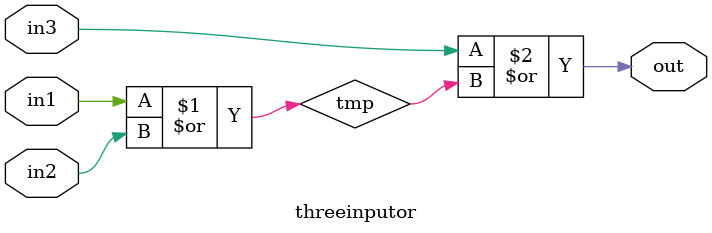
<source format=v>
module threeinputor(out, in1, in2, in3);
output out;
input in1, in2, in3;
	or or0(tmp, in1, in2);
	or or1(out, in3, tmp);
endmodule

</source>
